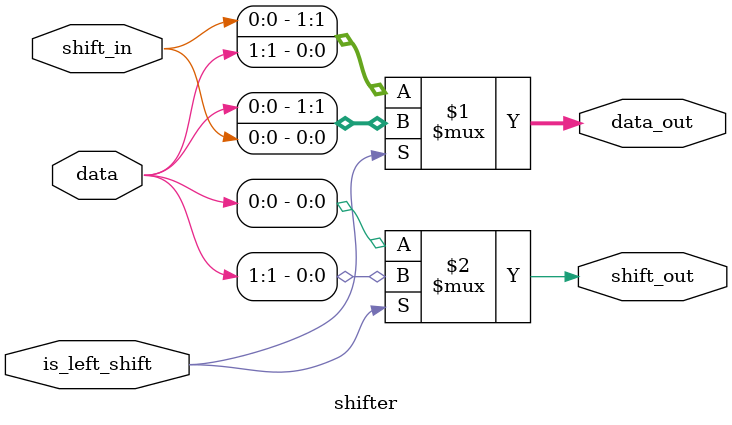
<source format=sv>
`ifndef SHIFTER_SV
`define SHIFTER_SV

module shifter
#(
	parameter integer SIZE = 2
)
(
	input wire is_left_shift,
	input wire shift_in,
	input wire[SIZE-1:0] data,
	output wire[SIZE-1:0] data_out,
	output wire shift_out
);

if(SIZE > 1)
begin
	assign data_out = (is_left_shift ? 
	{data[SIZE-2:0], shift_in} :
	{shift_in, data[SIZE-1:1]});

	assign shift_out = (is_left_shift ? data[SIZE-1] : data[0]);
end
else
begin
	assign data_out = shift_in;

	assign shift_out = data[0];
end

endmodule
`endif


</source>
